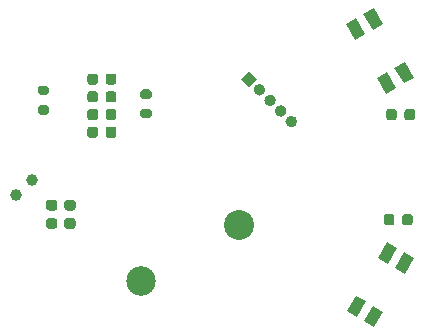
<source format=gbr>
%TF.GenerationSoftware,KiCad,Pcbnew,5.1.8-1.fc33*%
%TF.CreationDate,2020-12-06T10:48:02+01:00*%
%TF.ProjectId,lightring,6c696768-7472-4696-9e67-2e6b69636164,rev?*%
%TF.SameCoordinates,Original*%
%TF.FileFunction,Soldermask,Bot*%
%TF.FilePolarity,Negative*%
%FSLAX46Y46*%
G04 Gerber Fmt 4.6, Leading zero omitted, Abs format (unit mm)*
G04 Created by KiCad (PCBNEW 5.1.8-1.fc33) date 2020-12-06 10:48:02*
%MOMM*%
%LPD*%
G01*
G04 APERTURE LIST*
%ADD10C,2.500000*%
%ADD11C,2.540000*%
%ADD12C,0.100000*%
%ADD13C,1.000000*%
G04 APERTURE END LIST*
D10*
%TO.C,BT1*%
X167100000Y-89600000D03*
D11*
X175353222Y-84835000D03*
%TD*%
%TO.C,R43*%
G36*
G01*
X167225000Y-73375000D02*
X167775000Y-73375000D01*
G75*
G02*
X167975000Y-73575000I0J-200000D01*
G01*
X167975000Y-73975000D01*
G75*
G02*
X167775000Y-74175000I-200000J0D01*
G01*
X167225000Y-74175000D01*
G75*
G02*
X167025000Y-73975000I0J200000D01*
G01*
X167025000Y-73575000D01*
G75*
G02*
X167225000Y-73375000I200000J0D01*
G01*
G37*
G36*
G01*
X167225000Y-75025000D02*
X167775000Y-75025000D01*
G75*
G02*
X167975000Y-75225000I0J-200000D01*
G01*
X167975000Y-75625000D01*
G75*
G02*
X167775000Y-75825000I-200000J0D01*
G01*
X167225000Y-75825000D01*
G75*
G02*
X167025000Y-75625000I0J200000D01*
G01*
X167025000Y-75225000D01*
G75*
G02*
X167225000Y-75025000I200000J0D01*
G01*
G37*
%TD*%
D12*
%TO.C,SW1*%
G36*
X184430865Y-67830513D02*
G01*
X185296891Y-67330513D01*
X186071891Y-68672853D01*
X185205865Y-69172853D01*
X184430865Y-67830513D01*
G37*
G36*
X187055865Y-72377147D02*
G01*
X187921891Y-71877147D01*
X188696891Y-73219487D01*
X187830865Y-73719487D01*
X187055865Y-72377147D01*
G37*
G36*
X188528109Y-71527147D02*
G01*
X189394135Y-71027147D01*
X190169135Y-72369487D01*
X189303109Y-72869487D01*
X188528109Y-71527147D01*
G37*
G36*
X185903109Y-66980513D02*
G01*
X186769135Y-66480513D01*
X187544135Y-67822853D01*
X186678109Y-68322853D01*
X185903109Y-66980513D01*
G37*
%TD*%
%TO.C,SW2*%
G36*
X189353109Y-87130513D02*
G01*
X190219135Y-87630513D01*
X189444135Y-88972853D01*
X188578109Y-88472853D01*
X189353109Y-87130513D01*
G37*
G36*
X186728109Y-91677147D02*
G01*
X187594135Y-92177147D01*
X186819135Y-93519487D01*
X185953109Y-93019487D01*
X186728109Y-91677147D01*
G37*
G36*
X185255865Y-90827147D02*
G01*
X186121891Y-91327147D01*
X185346891Y-92669487D01*
X184480865Y-92169487D01*
X185255865Y-90827147D01*
G37*
G36*
X187880865Y-86280513D02*
G01*
X188746891Y-86780513D01*
X187971891Y-88122853D01*
X187105865Y-87622853D01*
X187880865Y-86280513D01*
G37*
%TD*%
D13*
%TO.C,Y1*%
X156500000Y-82350000D03*
X157843503Y-81006497D03*
%TD*%
%TO.C,C1*%
G36*
G01*
X159250000Y-84275000D02*
X159750000Y-84275000D01*
G75*
G02*
X159975000Y-84500000I0J-225000D01*
G01*
X159975000Y-84950000D01*
G75*
G02*
X159750000Y-85175000I-225000J0D01*
G01*
X159250000Y-85175000D01*
G75*
G02*
X159025000Y-84950000I0J225000D01*
G01*
X159025000Y-84500000D01*
G75*
G02*
X159250000Y-84275000I225000J0D01*
G01*
G37*
G36*
G01*
X159250000Y-82725000D02*
X159750000Y-82725000D01*
G75*
G02*
X159975000Y-82950000I0J-225000D01*
G01*
X159975000Y-83400000D01*
G75*
G02*
X159750000Y-83625000I-225000J0D01*
G01*
X159250000Y-83625000D01*
G75*
G02*
X159025000Y-83400000I0J225000D01*
G01*
X159025000Y-82950000D01*
G75*
G02*
X159250000Y-82725000I225000J0D01*
G01*
G37*
%TD*%
%TO.C,C2*%
G36*
G01*
X162525000Y-75750000D02*
X162525000Y-75250000D01*
G75*
G02*
X162750000Y-75025000I225000J0D01*
G01*
X163200000Y-75025000D01*
G75*
G02*
X163425000Y-75250000I0J-225000D01*
G01*
X163425000Y-75750000D01*
G75*
G02*
X163200000Y-75975000I-225000J0D01*
G01*
X162750000Y-75975000D01*
G75*
G02*
X162525000Y-75750000I0J225000D01*
G01*
G37*
G36*
G01*
X164075000Y-75750000D02*
X164075000Y-75250000D01*
G75*
G02*
X164300000Y-75025000I225000J0D01*
G01*
X164750000Y-75025000D01*
G75*
G02*
X164975000Y-75250000I0J-225000D01*
G01*
X164975000Y-75750000D01*
G75*
G02*
X164750000Y-75975000I-225000J0D01*
G01*
X164300000Y-75975000D01*
G75*
G02*
X164075000Y-75750000I0J225000D01*
G01*
G37*
%TD*%
%TO.C,C3*%
G36*
G01*
X189375000Y-75750000D02*
X189375000Y-75250000D01*
G75*
G02*
X189600000Y-75025000I225000J0D01*
G01*
X190050000Y-75025000D01*
G75*
G02*
X190275000Y-75250000I0J-225000D01*
G01*
X190275000Y-75750000D01*
G75*
G02*
X190050000Y-75975000I-225000J0D01*
G01*
X189600000Y-75975000D01*
G75*
G02*
X189375000Y-75750000I0J225000D01*
G01*
G37*
G36*
G01*
X187825000Y-75750000D02*
X187825000Y-75250000D01*
G75*
G02*
X188050000Y-75025000I225000J0D01*
G01*
X188500000Y-75025000D01*
G75*
G02*
X188725000Y-75250000I0J-225000D01*
G01*
X188725000Y-75750000D01*
G75*
G02*
X188500000Y-75975000I-225000J0D01*
G01*
X188050000Y-75975000D01*
G75*
G02*
X187825000Y-75750000I0J225000D01*
G01*
G37*
%TD*%
%TO.C,C4*%
G36*
G01*
X187625000Y-84650000D02*
X187625000Y-84150000D01*
G75*
G02*
X187850000Y-83925000I225000J0D01*
G01*
X188300000Y-83925000D01*
G75*
G02*
X188525000Y-84150000I0J-225000D01*
G01*
X188525000Y-84650000D01*
G75*
G02*
X188300000Y-84875000I-225000J0D01*
G01*
X187850000Y-84875000D01*
G75*
G02*
X187625000Y-84650000I0J225000D01*
G01*
G37*
G36*
G01*
X189175000Y-84650000D02*
X189175000Y-84150000D01*
G75*
G02*
X189400000Y-83925000I225000J0D01*
G01*
X189850000Y-83925000D01*
G75*
G02*
X190075000Y-84150000I0J-225000D01*
G01*
X190075000Y-84650000D01*
G75*
G02*
X189850000Y-84875000I-225000J0D01*
G01*
X189400000Y-84875000D01*
G75*
G02*
X189175000Y-84650000I0J225000D01*
G01*
G37*
%TD*%
%TO.C,C5*%
G36*
G01*
X160800000Y-82725000D02*
X161300000Y-82725000D01*
G75*
G02*
X161525000Y-82950000I0J-225000D01*
G01*
X161525000Y-83400000D01*
G75*
G02*
X161300000Y-83625000I-225000J0D01*
G01*
X160800000Y-83625000D01*
G75*
G02*
X160575000Y-83400000I0J225000D01*
G01*
X160575000Y-82950000D01*
G75*
G02*
X160800000Y-82725000I225000J0D01*
G01*
G37*
G36*
G01*
X160800000Y-84275000D02*
X161300000Y-84275000D01*
G75*
G02*
X161525000Y-84500000I0J-225000D01*
G01*
X161525000Y-84950000D01*
G75*
G02*
X161300000Y-85175000I-225000J0D01*
G01*
X160800000Y-85175000D01*
G75*
G02*
X160575000Y-84950000I0J225000D01*
G01*
X160575000Y-84500000D01*
G75*
G02*
X160800000Y-84275000I225000J0D01*
G01*
G37*
%TD*%
%TO.C,C6*%
G36*
G01*
X164075000Y-77250000D02*
X164075000Y-76750000D01*
G75*
G02*
X164300000Y-76525000I225000J0D01*
G01*
X164750000Y-76525000D01*
G75*
G02*
X164975000Y-76750000I0J-225000D01*
G01*
X164975000Y-77250000D01*
G75*
G02*
X164750000Y-77475000I-225000J0D01*
G01*
X164300000Y-77475000D01*
G75*
G02*
X164075000Y-77250000I0J225000D01*
G01*
G37*
G36*
G01*
X162525000Y-77250000D02*
X162525000Y-76750000D01*
G75*
G02*
X162750000Y-76525000I225000J0D01*
G01*
X163200000Y-76525000D01*
G75*
G02*
X163425000Y-76750000I0J-225000D01*
G01*
X163425000Y-77250000D01*
G75*
G02*
X163200000Y-77475000I-225000J0D01*
G01*
X162750000Y-77475000D01*
G75*
G02*
X162525000Y-77250000I0J225000D01*
G01*
G37*
%TD*%
%TO.C,C7*%
G36*
G01*
X162525000Y-72750000D02*
X162525000Y-72250000D01*
G75*
G02*
X162750000Y-72025000I225000J0D01*
G01*
X163200000Y-72025000D01*
G75*
G02*
X163425000Y-72250000I0J-225000D01*
G01*
X163425000Y-72750000D01*
G75*
G02*
X163200000Y-72975000I-225000J0D01*
G01*
X162750000Y-72975000D01*
G75*
G02*
X162525000Y-72750000I0J225000D01*
G01*
G37*
G36*
G01*
X164075000Y-72750000D02*
X164075000Y-72250000D01*
G75*
G02*
X164300000Y-72025000I225000J0D01*
G01*
X164750000Y-72025000D01*
G75*
G02*
X164975000Y-72250000I0J-225000D01*
G01*
X164975000Y-72750000D01*
G75*
G02*
X164750000Y-72975000I-225000J0D01*
G01*
X164300000Y-72975000D01*
G75*
G02*
X164075000Y-72750000I0J225000D01*
G01*
G37*
%TD*%
%TO.C,C8*%
G36*
G01*
X164075000Y-74250000D02*
X164075000Y-73750000D01*
G75*
G02*
X164300000Y-73525000I225000J0D01*
G01*
X164750000Y-73525000D01*
G75*
G02*
X164975000Y-73750000I0J-225000D01*
G01*
X164975000Y-74250000D01*
G75*
G02*
X164750000Y-74475000I-225000J0D01*
G01*
X164300000Y-74475000D01*
G75*
G02*
X164075000Y-74250000I0J225000D01*
G01*
G37*
G36*
G01*
X162525000Y-74250000D02*
X162525000Y-73750000D01*
G75*
G02*
X162750000Y-73525000I225000J0D01*
G01*
X163200000Y-73525000D01*
G75*
G02*
X163425000Y-73750000I0J-225000D01*
G01*
X163425000Y-74250000D01*
G75*
G02*
X163200000Y-74475000I-225000J0D01*
G01*
X162750000Y-74475000D01*
G75*
G02*
X162525000Y-74250000I0J225000D01*
G01*
G37*
%TD*%
D12*
%TO.C,J1*%
G36*
X176200000Y-73207107D02*
G01*
X175492893Y-72500000D01*
X176200000Y-71792893D01*
X176907107Y-72500000D01*
X176200000Y-73207107D01*
G37*
G36*
G01*
X176744473Y-73751579D02*
X176744473Y-73751579D01*
G75*
G02*
X176744473Y-73044473I353553J353553D01*
G01*
X176744473Y-73044473D01*
G75*
G02*
X177451579Y-73044473I353553J-353553D01*
G01*
X177451579Y-73044473D01*
G75*
G02*
X177451579Y-73751579I-353553J-353553D01*
G01*
X177451579Y-73751579D01*
G75*
G02*
X176744473Y-73751579I-353553J353553D01*
G01*
G37*
G36*
G01*
X177642498Y-74649604D02*
X177642498Y-74649604D01*
G75*
G02*
X177642498Y-73942498I353553J353553D01*
G01*
X177642498Y-73942498D01*
G75*
G02*
X178349604Y-73942498I353553J-353553D01*
G01*
X178349604Y-73942498D01*
G75*
G02*
X178349604Y-74649604I-353553J-353553D01*
G01*
X178349604Y-74649604D01*
G75*
G02*
X177642498Y-74649604I-353553J353553D01*
G01*
G37*
G36*
G01*
X178540524Y-75547630D02*
X178540524Y-75547630D01*
G75*
G02*
X178540524Y-74840524I353553J353553D01*
G01*
X178540524Y-74840524D01*
G75*
G02*
X179247630Y-74840524I353553J-353553D01*
G01*
X179247630Y-74840524D01*
G75*
G02*
X179247630Y-75547630I-353553J-353553D01*
G01*
X179247630Y-75547630D01*
G75*
G02*
X178540524Y-75547630I-353553J353553D01*
G01*
G37*
G36*
G01*
X179438549Y-76445655D02*
X179438549Y-76445655D01*
G75*
G02*
X179438549Y-75738549I353553J353553D01*
G01*
X179438549Y-75738549D01*
G75*
G02*
X180145655Y-75738549I353553J-353553D01*
G01*
X180145655Y-75738549D01*
G75*
G02*
X180145655Y-76445655I-353553J-353553D01*
G01*
X180145655Y-76445655D01*
G75*
G02*
X179438549Y-76445655I-353553J353553D01*
G01*
G37*
%TD*%
%TO.C,R44*%
G36*
G01*
X158525000Y-74700000D02*
X159075000Y-74700000D01*
G75*
G02*
X159275000Y-74900000I0J-200000D01*
G01*
X159275000Y-75300000D01*
G75*
G02*
X159075000Y-75500000I-200000J0D01*
G01*
X158525000Y-75500000D01*
G75*
G02*
X158325000Y-75300000I0J200000D01*
G01*
X158325000Y-74900000D01*
G75*
G02*
X158525000Y-74700000I200000J0D01*
G01*
G37*
G36*
G01*
X158525000Y-73050000D02*
X159075000Y-73050000D01*
G75*
G02*
X159275000Y-73250000I0J-200000D01*
G01*
X159275000Y-73650000D01*
G75*
G02*
X159075000Y-73850000I-200000J0D01*
G01*
X158525000Y-73850000D01*
G75*
G02*
X158325000Y-73650000I0J200000D01*
G01*
X158325000Y-73250000D01*
G75*
G02*
X158525000Y-73050000I200000J0D01*
G01*
G37*
%TD*%
M02*

</source>
